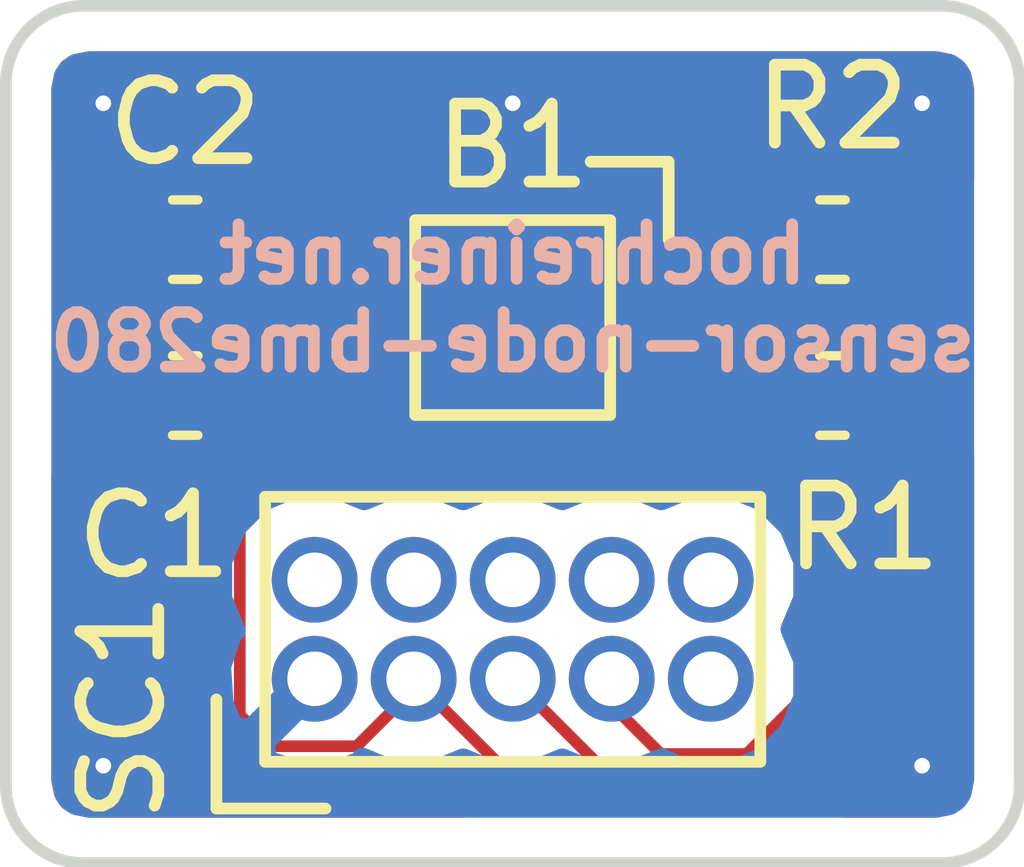
<source format=kicad_pcb>
(kicad_pcb (version 20171130) (host pcbnew 5.0.0)

  (general
    (thickness 1.6)
    (drawings 9)
    (tracks 54)
    (zones 0)
    (modules 6)
    (nets 5)
  )

  (page A4)
  (layers
    (0 F.Cu signal)
    (31 B.Cu signal)
    (32 B.Adhes user)
    (33 F.Adhes user)
    (34 B.Paste user)
    (35 F.Paste user)
    (36 B.SilkS user)
    (37 F.SilkS user)
    (38 B.Mask user)
    (39 F.Mask user)
    (40 Dwgs.User user)
    (41 Cmts.User user)
    (42 Eco1.User user)
    (43 Eco2.User user)
    (44 Edge.Cuts user)
    (45 Margin user)
    (46 B.CrtYd user)
    (47 F.CrtYd user)
    (48 B.Fab user)
    (49 F.Fab user hide)
  )

  (setup
    (last_trace_width 0.15)
    (trace_clearance 0.15)
    (zone_clearance 0.508)
    (zone_45_only no)
    (trace_min 0.1)
    (segment_width 0.2)
    (edge_width 0.15)
    (via_size 0.45)
    (via_drill 0.2)
    (via_min_size 0.45)
    (via_min_drill 0.2)
    (uvia_size 0.3)
    (uvia_drill 0.1)
    (uvias_allowed no)
    (uvia_min_size 0.2)
    (uvia_min_drill 0.1)
    (pcb_text_width 0.3)
    (pcb_text_size 1.5 1.5)
    (mod_edge_width 0.15)
    (mod_text_size 1 1)
    (mod_text_width 0.15)
    (pad_size 1.524 1.524)
    (pad_drill 0.762)
    (pad_to_mask_clearance 0.2)
    (aux_axis_origin 0 0)
    (visible_elements FFFFFF7F)
    (pcbplotparams
      (layerselection 0x010fc_ffffffff)
      (usegerberextensions false)
      (usegerberattributes false)
      (usegerberadvancedattributes false)
      (creategerberjobfile false)
      (excludeedgelayer true)
      (linewidth 0.100000)
      (plotframeref false)
      (viasonmask false)
      (mode 1)
      (useauxorigin false)
      (hpglpennumber 1)
      (hpglpenspeed 20)
      (hpglpendiameter 15.000000)
      (psnegative false)
      (psa4output false)
      (plotreference true)
      (plotvalue true)
      (plotinvisibletext false)
      (padsonsilk false)
      (subtractmaskfromsilk false)
      (outputformat 1)
      (mirror false)
      (drillshape 1)
      (scaleselection 1)
      (outputdirectory ""))
  )

  (net 0 "")
  (net 1 GND)
  (net 2 /3V3)
  (net 3 /SDA)
  (net 4 /SCL)

  (net_class Default "This is the default net class."
    (clearance 0.15)
    (trace_width 0.15)
    (via_dia 0.45)
    (via_drill 0.2)
    (uvia_dia 0.3)
    (uvia_drill 0.1)
    (add_net /3V3)
    (add_net /SCL)
    (add_net /SDA)
    (add_net GND)
  )

  (module sensor-node-bme280:BME280_handsolder (layer F.Cu) (tedit 5C018ED2) (tstamp 5C01983F)
    (at 145 100)
    (path /5C0166CB)
    (fp_text reference B1 (at 0 -2.2) (layer F.SilkS)
      (effects (font (size 1 1) (thickness 0.15)))
    )
    (fp_text value BME280 (at 0 -2.75) (layer F.Fab)
      (effects (font (size 1 1) (thickness 0.15)))
    )
    (fp_line (start -1.25 -1.25) (end 1.25 -1.25) (layer F.SilkS) (width 0.15))
    (fp_line (start 1.25 -1.25) (end 1.25 1.25) (layer F.SilkS) (width 0.15))
    (fp_line (start 1.25 1.25) (end -1.25 1.25) (layer F.SilkS) (width 0.15))
    (fp_line (start -1.25 -1.25) (end -1.25 1.25) (layer F.SilkS) (width 0.15))
    (fp_line (start 1 -2) (end 2 -2) (layer F.SilkS) (width 0.15))
    (fp_line (start 2 -2) (end 2 -1) (layer F.SilkS) (width 0.15))
    (pad 1 smd rect (at 1.275 -0.975) (size 1 0.35) (layers F.Cu F.Paste F.Mask)
      (net 1 GND))
    (pad 2 smd rect (at 1.275 -0.325) (size 1 0.35) (layers F.Cu F.Paste F.Mask)
      (net 2 /3V3))
    (pad 3 smd rect (at 1.275 0.325) (size 1 0.35) (layers F.Cu F.Paste F.Mask)
      (net 3 /SDA))
    (pad 4 smd rect (at 1.275 0.975) (size 1 0.35) (layers F.Cu F.Paste F.Mask)
      (net 4 /SCL))
    (pad 5 smd rect (at -1.275 0.975) (size 1 0.35) (layers F.Cu F.Paste F.Mask)
      (net 1 GND))
    (pad 6 smd rect (at -1.275 0.325) (size 1 0.35) (layers F.Cu F.Paste F.Mask)
      (net 2 /3V3))
    (pad 7 smd rect (at -1.275 -0.325) (size 1 0.35) (layers F.Cu F.Paste F.Mask)
      (net 1 GND))
    (pad 8 smd rect (at -1.275 -0.975) (size 1 0.35) (layers F.Cu F.Paste F.Mask)
      (net 2 /3V3))
    (model ../../freecad/bme280.step
      (at (xyz 0 0 0))
      (scale (xyz 1 1 1))
      (rotate (xyz 0 0 0))
    )
  )

  (module "official stable:C_0603_1608Metric" (layer F.Cu) (tedit 5B301BBE) (tstamp 5C019850)
    (at 140.8 101)
    (descr "Capacitor SMD 0603 (1608 Metric), square (rectangular) end terminal, IPC_7351 nominal, (Body size source: http://www.tortai-tech.com/upload/download/2011102023233369053.pdf), generated with kicad-footprint-generator")
    (tags capacitor)
    (path /5C016CBF)
    (attr smd)
    (fp_text reference C1 (at -0.4 1.8) (layer F.SilkS)
      (effects (font (size 1 1) (thickness 0.15)))
    )
    (fp_text value 0.1µF (at 0 1.43) (layer F.Fab)
      (effects (font (size 1 1) (thickness 0.15)))
    )
    (fp_line (start -0.8 0.4) (end -0.8 -0.4) (layer F.Fab) (width 0.1))
    (fp_line (start -0.8 -0.4) (end 0.8 -0.4) (layer F.Fab) (width 0.1))
    (fp_line (start 0.8 -0.4) (end 0.8 0.4) (layer F.Fab) (width 0.1))
    (fp_line (start 0.8 0.4) (end -0.8 0.4) (layer F.Fab) (width 0.1))
    (fp_line (start -0.162779 -0.51) (end 0.162779 -0.51) (layer F.SilkS) (width 0.12))
    (fp_line (start -0.162779 0.51) (end 0.162779 0.51) (layer F.SilkS) (width 0.12))
    (fp_line (start -1.48 0.73) (end -1.48 -0.73) (layer F.CrtYd) (width 0.05))
    (fp_line (start -1.48 -0.73) (end 1.48 -0.73) (layer F.CrtYd) (width 0.05))
    (fp_line (start 1.48 -0.73) (end 1.48 0.73) (layer F.CrtYd) (width 0.05))
    (fp_line (start 1.48 0.73) (end -1.48 0.73) (layer F.CrtYd) (width 0.05))
    (fp_text user %R (at 0 0) (layer F.Fab)
      (effects (font (size 0.4 0.4) (thickness 0.06)))
    )
    (pad 1 smd roundrect (at -0.7875 0) (size 0.875 0.95) (layers F.Cu F.Paste F.Mask) (roundrect_rratio 0.25)
      (net 1 GND))
    (pad 2 smd roundrect (at 0.7875 0) (size 0.875 0.95) (layers F.Cu F.Paste F.Mask) (roundrect_rratio 0.25)
      (net 2 /3V3))
    (model ${KISYS3DMOD}/Capacitor_SMD.3dshapes/C_0603_1608Metric.wrl
      (at (xyz 0 0 0))
      (scale (xyz 1 1 1))
      (rotate (xyz 0 0 0))
    )
  )

  (module "official stable:C_0603_1608Metric" (layer F.Cu) (tedit 5B301BBE) (tstamp 5C019861)
    (at 140.8 99)
    (descr "Capacitor SMD 0603 (1608 Metric), square (rectangular) end terminal, IPC_7351 nominal, (Body size source: http://www.tortai-tech.com/upload/download/2011102023233369053.pdf), generated with kicad-footprint-generator")
    (tags capacitor)
    (path /5C016C7D)
    (attr smd)
    (fp_text reference C2 (at 0 -1.5) (layer F.SilkS)
      (effects (font (size 1 1) (thickness 0.15)))
    )
    (fp_text value 0.1µF (at 0 1.43) (layer F.Fab)
      (effects (font (size 1 1) (thickness 0.15)))
    )
    (fp_text user %R (at 0 0) (layer F.Fab)
      (effects (font (size 0.4 0.4) (thickness 0.06)))
    )
    (fp_line (start 1.48 0.73) (end -1.48 0.73) (layer F.CrtYd) (width 0.05))
    (fp_line (start 1.48 -0.73) (end 1.48 0.73) (layer F.CrtYd) (width 0.05))
    (fp_line (start -1.48 -0.73) (end 1.48 -0.73) (layer F.CrtYd) (width 0.05))
    (fp_line (start -1.48 0.73) (end -1.48 -0.73) (layer F.CrtYd) (width 0.05))
    (fp_line (start -0.162779 0.51) (end 0.162779 0.51) (layer F.SilkS) (width 0.12))
    (fp_line (start -0.162779 -0.51) (end 0.162779 -0.51) (layer F.SilkS) (width 0.12))
    (fp_line (start 0.8 0.4) (end -0.8 0.4) (layer F.Fab) (width 0.1))
    (fp_line (start 0.8 -0.4) (end 0.8 0.4) (layer F.Fab) (width 0.1))
    (fp_line (start -0.8 -0.4) (end 0.8 -0.4) (layer F.Fab) (width 0.1))
    (fp_line (start -0.8 0.4) (end -0.8 -0.4) (layer F.Fab) (width 0.1))
    (pad 2 smd roundrect (at 0.7875 0) (size 0.875 0.95) (layers F.Cu F.Paste F.Mask) (roundrect_rratio 0.25)
      (net 2 /3V3))
    (pad 1 smd roundrect (at -0.7875 0) (size 0.875 0.95) (layers F.Cu F.Paste F.Mask) (roundrect_rratio 0.25)
      (net 1 GND))
    (model ${KISYS3DMOD}/Capacitor_SMD.3dshapes/C_0603_1608Metric.wrl
      (at (xyz 0 0 0))
      (scale (xyz 1 1 1))
      (rotate (xyz 0 0 0))
    )
  )

  (module "official stable:R_0603_1608Metric" (layer F.Cu) (tedit 5B301BBD) (tstamp 5C019872)
    (at 149.1 101)
    (descr "Resistor SMD 0603 (1608 Metric), square (rectangular) end terminal, IPC_7351 nominal, (Body size source: http://www.tortai-tech.com/upload/download/2011102023233369053.pdf), generated with kicad-footprint-generator")
    (tags resistor)
    (path /5C016799)
    (attr smd)
    (fp_text reference R1 (at 0.4 1.7) (layer F.SilkS)
      (effects (font (size 1 1) (thickness 0.15)))
    )
    (fp_text value 10k (at 0 1.43) (layer F.Fab)
      (effects (font (size 1 1) (thickness 0.15)))
    )
    (fp_text user %R (at 0 0) (layer F.Fab)
      (effects (font (size 0.4 0.4) (thickness 0.06)))
    )
    (fp_line (start 1.48 0.73) (end -1.48 0.73) (layer F.CrtYd) (width 0.05))
    (fp_line (start 1.48 -0.73) (end 1.48 0.73) (layer F.CrtYd) (width 0.05))
    (fp_line (start -1.48 -0.73) (end 1.48 -0.73) (layer F.CrtYd) (width 0.05))
    (fp_line (start -1.48 0.73) (end -1.48 -0.73) (layer F.CrtYd) (width 0.05))
    (fp_line (start -0.162779 0.51) (end 0.162779 0.51) (layer F.SilkS) (width 0.12))
    (fp_line (start -0.162779 -0.51) (end 0.162779 -0.51) (layer F.SilkS) (width 0.12))
    (fp_line (start 0.8 0.4) (end -0.8 0.4) (layer F.Fab) (width 0.1))
    (fp_line (start 0.8 -0.4) (end 0.8 0.4) (layer F.Fab) (width 0.1))
    (fp_line (start -0.8 -0.4) (end 0.8 -0.4) (layer F.Fab) (width 0.1))
    (fp_line (start -0.8 0.4) (end -0.8 -0.4) (layer F.Fab) (width 0.1))
    (pad 2 smd roundrect (at 0.7875 0) (size 0.875 0.95) (layers F.Cu F.Paste F.Mask) (roundrect_rratio 0.25)
      (net 2 /3V3))
    (pad 1 smd roundrect (at -0.7875 0) (size 0.875 0.95) (layers F.Cu F.Paste F.Mask) (roundrect_rratio 0.25)
      (net 4 /SCL))
    (model ${KISYS3DMOD}/Resistor_SMD.3dshapes/R_0603_1608Metric.wrl
      (at (xyz 0 0 0))
      (scale (xyz 1 1 1))
      (rotate (xyz 0 0 0))
    )
  )

  (module "official stable:R_0603_1608Metric" (layer F.Cu) (tedit 5B301BBD) (tstamp 5C019883)
    (at 149.1 99)
    (descr "Resistor SMD 0603 (1608 Metric), square (rectangular) end terminal, IPC_7351 nominal, (Body size source: http://www.tortai-tech.com/upload/download/2011102023233369053.pdf), generated with kicad-footprint-generator")
    (tags resistor)
    (path /5C0167D5)
    (attr smd)
    (fp_text reference R2 (at 0 -1.7) (layer F.SilkS)
      (effects (font (size 1 1) (thickness 0.15)))
    )
    (fp_text value 10k (at 0 1.43) (layer F.Fab)
      (effects (font (size 1 1) (thickness 0.15)))
    )
    (fp_line (start -0.8 0.4) (end -0.8 -0.4) (layer F.Fab) (width 0.1))
    (fp_line (start -0.8 -0.4) (end 0.8 -0.4) (layer F.Fab) (width 0.1))
    (fp_line (start 0.8 -0.4) (end 0.8 0.4) (layer F.Fab) (width 0.1))
    (fp_line (start 0.8 0.4) (end -0.8 0.4) (layer F.Fab) (width 0.1))
    (fp_line (start -0.162779 -0.51) (end 0.162779 -0.51) (layer F.SilkS) (width 0.12))
    (fp_line (start -0.162779 0.51) (end 0.162779 0.51) (layer F.SilkS) (width 0.12))
    (fp_line (start -1.48 0.73) (end -1.48 -0.73) (layer F.CrtYd) (width 0.05))
    (fp_line (start -1.48 -0.73) (end 1.48 -0.73) (layer F.CrtYd) (width 0.05))
    (fp_line (start 1.48 -0.73) (end 1.48 0.73) (layer F.CrtYd) (width 0.05))
    (fp_line (start 1.48 0.73) (end -1.48 0.73) (layer F.CrtYd) (width 0.05))
    (fp_text user %R (at 0 0) (layer F.Fab)
      (effects (font (size 0.4 0.4) (thickness 0.06)))
    )
    (pad 1 smd roundrect (at -0.7875 0) (size 0.875 0.95) (layers F.Cu F.Paste F.Mask) (roundrect_rratio 0.25)
      (net 3 /SDA))
    (pad 2 smd roundrect (at 0.7875 0) (size 0.875 0.95) (layers F.Cu F.Paste F.Mask) (roundrect_rratio 0.25)
      (net 2 /3V3))
    (model ${KISYS3DMOD}/Resistor_SMD.3dshapes/R_0603_1608Metric.wrl
      (at (xyz 0 0 0))
      (scale (xyz 1 1 1))
      (rotate (xyz 0 0 0))
    )
  )

  (module sensor-node-bme280:sensor-connector-male (layer F.Cu) (tedit 5C0196F4) (tstamp 5C019D7A)
    (at 145 104)
    (path /5C019BBC)
    (fp_text reference SC1 (at -5 1 90) (layer F.SilkS)
      (effects (font (size 1 1) (thickness 0.15)))
    )
    (fp_text value Sensor-Connector (at 0 -2.6) (layer F.Fab)
      (effects (font (size 1 1) (thickness 0.15)))
    )
    (fp_line (start -3.175 -1.7) (end 3.175 -1.7) (layer F.SilkS) (width 0.15))
    (fp_line (start -3.175 1.7) (end 3.175 1.7) (layer F.SilkS) (width 0.15))
    (fp_line (start 3.175 -1.7) (end 3.175 1.7) (layer F.SilkS) (width 0.15))
    (fp_line (start -3.175 -1.7) (end -3.175 1.7) (layer F.SilkS) (width 0.15))
    (fp_line (start -3.8 2.3) (end -3.8 0.9) (layer F.SilkS) (width 0.15))
    (fp_line (start -3.8 2.3) (end -2.4 2.3) (layer F.SilkS) (width 0.15))
    (pad 1 thru_hole circle (at -2.54 0.635) (size 1.1 1.1) (drill 0.7) (layers *.Cu *.Mask)
      (net 1 GND))
    (pad 2 thru_hole circle (at -2.54 -0.635) (size 1.1 1.1) (drill 0.7) (layers *.Cu *.Mask))
    (pad 3 thru_hole circle (at -1.27 0.635) (size 1.1 1.1) (drill 0.7) (layers *.Cu *.Mask)
      (net 2 /3V3))
    (pad 4 thru_hole circle (at -1.27 -0.635) (size 1.1 1.1) (drill 0.7) (layers *.Cu *.Mask))
    (pad 5 thru_hole circle (at 0 0.635) (size 1.1 1.1) (drill 0.7) (layers *.Cu *.Mask)
      (net 3 /SDA))
    (pad 6 thru_hole circle (at 0 -0.635) (size 1.1 1.1) (drill 0.7) (layers *.Cu *.Mask))
    (pad 7 thru_hole circle (at 1.27 0.635) (size 1.1 1.1) (drill 0.7) (layers *.Cu *.Mask)
      (net 4 /SCL))
    (pad 8 thru_hole circle (at 1.27 -0.635) (size 1.1 1.1) (drill 0.7) (layers *.Cu *.Mask))
    (pad 9 thru_hole circle (at 2.54 0.635) (size 1.1 1.1) (drill 0.7) (layers *.Cu *.Mask))
    (pad 10 thru_hole circle (at 2.54 -0.635) (size 1.1 1.1) (drill 0.7) (layers *.Cu *.Mask))
    (model ../../freecad/sensor-connector-male.step
      (at (xyz 0 0 0))
      (scale (xyz 1 1 1))
      (rotate (xyz 0 0 0))
    )
  )

  (gr_text "hochreiner.net\nsensor-node-bme280" (at 145 99.75) (layer B.SilkS)
    (effects (font (size 0.7 0.7) (thickness 0.15)) (justify mirror))
  )
  (gr_arc (start 139.5 106) (end 138.5 106) (angle -90) (layer Edge.Cuts) (width 0.15))
  (gr_arc (start 139.5 97) (end 139.5 96) (angle -90) (layer Edge.Cuts) (width 0.15))
  (gr_arc (start 150.5 97) (end 151.5 97) (angle -90) (layer Edge.Cuts) (width 0.15))
  (gr_arc (start 150.5 106) (end 150.5 107) (angle -90) (layer Edge.Cuts) (width 0.15))
  (gr_line (start 138.5 97) (end 138.5 106) (layer Edge.Cuts) (width 0.15))
  (gr_line (start 150.5 96) (end 139.5 96) (layer Edge.Cuts) (width 0.15))
  (gr_line (start 151.5 106) (end 151.5 97) (layer Edge.Cuts) (width 0.15))
  (gr_line (start 139.5 107) (end 150.5 107) (layer Edge.Cuts) (width 0.15))

  (segment (start 145.275 99.025) (end 145.625 99.025) (width 0.15) (layer F.Cu) (net 1))
  (segment (start 145.625 99.025) (end 146.275 99.025) (width 0.15) (layer F.Cu) (net 1))
  (segment (start 143.725 99.675) (end 144.625 99.675) (width 0.15) (layer F.Cu) (net 1))
  (segment (start 144.375 100.975) (end 144.9 100.45) (width 0.15) (layer F.Cu) (net 1))
  (segment (start 143.725 100.975) (end 144.375 100.975) (width 0.15) (layer F.Cu) (net 1))
  (segment (start 144.9 100.45) (end 144.9 99.4) (width 0.15) (layer F.Cu) (net 1))
  (segment (start 144.9 99.4) (end 145.275 99.025) (width 0.15) (layer F.Cu) (net 1))
  (segment (start 144.625 99.675) (end 144.9 99.4) (width 0.15) (layer F.Cu) (net 1))
  (via (at 150.25 105.75) (size 0.45) (drill 0.2) (layers F.Cu B.Cu) (net 1))
  (via (at 150.25 97.25) (size 0.45) (drill 0.2) (layers F.Cu B.Cu) (net 1))
  (via (at 145 97.25) (size 0.45) (drill 0.2) (layers F.Cu B.Cu) (net 1))
  (via (at 139.75 97.25) (size 0.45) (drill 0.2) (layers F.Cu B.Cu) (net 1))
  (via (at 139.75 105.75) (size 0.45) (drill 0.2) (layers F.Cu B.Cu) (net 1))
  (segment (start 141.5 101.4) (end 141.5875 101.3125) (width 0.15) (layer F.Cu) (net 2))
  (segment (start 141.5 105.1) (end 141.5 101.4) (width 0.15) (layer F.Cu) (net 2))
  (segment (start 141.5875 101.3125) (end 141.5875 101) (width 0.15) (layer F.Cu) (net 2))
  (segment (start 143.73 104.635) (end 143.73 104.77) (width 0.15) (layer F.Cu) (net 2))
  (segment (start 143.73 104.77) (end 143 105.5) (width 0.15) (layer F.Cu) (net 2))
  (segment (start 141.9 105.5) (end 141.5 105.1) (width 0.15) (layer F.Cu) (net 2))
  (segment (start 143 105.5) (end 141.9 105.5) (width 0.15) (layer F.Cu) (net 2))
  (segment (start 141.5875 101) (end 141.5875 99) (width 0.15) (layer F.Cu) (net 2))
  (segment (start 143.7 99) (end 143.725 99.025) (width 0.15) (layer F.Cu) (net 2))
  (segment (start 141.5875 99) (end 143.7 99) (width 0.15) (layer F.Cu) (net 2))
  (segment (start 142.2625 100.325) (end 141.5875 101) (width 0.15) (layer F.Cu) (net 2))
  (segment (start 143.725 100.325) (end 142.2625 100.325) (width 0.15) (layer F.Cu) (net 2))
  (segment (start 143.73 104.635) (end 145.395 106.3) (width 0.15) (layer F.Cu) (net 2))
  (segment (start 149.8875 101.575) (end 149.8875 101) (width 0.15) (layer F.Cu) (net 2))
  (segment (start 148.224278 106.3) (end 149.8875 104.636778) (width 0.15) (layer F.Cu) (net 2))
  (segment (start 149.8875 104.636778) (end 149.8875 101.575) (width 0.15) (layer F.Cu) (net 2))
  (segment (start 145.395 106.3) (end 148.224278 106.3) (width 0.15) (layer F.Cu) (net 2))
  (segment (start 149.8875 101) (end 149.8875 99) (width 0.15) (layer F.Cu) (net 2))
  (segment (start 149.425888 98.538388) (end 149.8875 99) (width 0.15) (layer F.Cu) (net 2))
  (segment (start 147.8 98.1) (end 148.9875 98.1) (width 0.15) (layer F.Cu) (net 2))
  (segment (start 148.9875 98.1) (end 149.425888 98.538388) (width 0.15) (layer F.Cu) (net 2))
  (segment (start 146.275 99.675) (end 146.925 99.675) (width 0.15) (layer F.Cu) (net 2))
  (segment (start 146.925 99.675) (end 147.4 99.2) (width 0.15) (layer F.Cu) (net 2))
  (segment (start 147.4 98.5) (end 147.8 98.1) (width 0.15) (layer F.Cu) (net 2))
  (segment (start 147.4 99.2) (end 147.4 98.5) (width 0.15) (layer F.Cu) (net 2))
  (segment (start 146.9875 100.325) (end 148.3125 99) (width 0.15) (layer F.Cu) (net 3))
  (segment (start 146.275 100.325) (end 146.9875 100.325) (width 0.15) (layer F.Cu) (net 3))
  (segment (start 145.549999 105.184999) (end 145 104.635) (width 0.15) (layer F.Cu) (net 3))
  (segment (start 146.265 105.9) (end 145.549999 105.184999) (width 0.15) (layer F.Cu) (net 3))
  (segment (start 148.3125 99) (end 149.1 99.7875) (width 0.15) (layer F.Cu) (net 3))
  (segment (start 149.1 99.7875) (end 149.1 105) (width 0.15) (layer F.Cu) (net 3))
  (segment (start 149.1 105) (end 148.2 105.9) (width 0.15) (layer F.Cu) (net 3))
  (segment (start 148.2 105.9) (end 146.265 105.9) (width 0.15) (layer F.Cu) (net 3))
  (segment (start 146.3 101) (end 146.275 100.975) (width 0.15) (layer F.Cu) (net 4))
  (segment (start 148.3125 101) (end 146.3 101) (width 0.15) (layer F.Cu) (net 4))
  (segment (start 148.774112 104.825888) (end 148.774112 101.461612) (width 0.15) (layer F.Cu) (net 4))
  (segment (start 146.27 104.97) (end 146.9 105.6) (width 0.15) (layer F.Cu) (net 4))
  (segment (start 148.774112 101.461612) (end 148.3125 101) (width 0.15) (layer F.Cu) (net 4))
  (segment (start 146.9 105.6) (end 148 105.6) (width 0.15) (layer F.Cu) (net 4))
  (segment (start 146.27 104.635) (end 146.27 104.97) (width 0.15) (layer F.Cu) (net 4))
  (segment (start 148 105.6) (end 148.774112 104.825888) (width 0.15) (layer F.Cu) (net 4))

  (zone (net 1) (net_name GND) (layer F.Cu) (tstamp 0) (hatch edge 0.508)
    (connect_pads (clearance 0.508))
    (min_thickness 0.254)
    (fill yes (arc_segments 16) (thermal_gap 0.508) (thermal_bridge_width 0.508))
    (polygon
      (pts
        (xy 138.5 96) (xy 151.5 96) (xy 151.5 107) (xy 138.5 107)
      )
    )
    (filled_polygon
      (pts
        (xy 150.79 105.93007) (xy 150.755074 106.105655) (xy 150.695225 106.195226) (xy 150.605655 106.255074) (xy 150.43007 106.29)
        (xy 149.238368 106.29) (xy 150.340101 105.188268) (xy 150.39938 105.148659) (xy 150.556305 104.913806) (xy 150.5975 104.706704)
        (xy 150.5975 104.7067) (xy 150.611408 104.636779) (xy 150.5975 104.566858) (xy 150.5975 101.949748) (xy 150.718739 101.868739)
        (xy 150.79 101.762089)
      )
    )
    (filled_polygon
      (pts
        (xy 150.605655 96.744926) (xy 150.695225 96.804774) (xy 150.755074 96.894345) (xy 150.790001 97.069935) (xy 150.790001 98.237912)
        (xy 150.718739 98.131261) (xy 150.437727 97.943495) (xy 150.10625 97.87756) (xy 149.76915 97.87756) (xy 149.538994 97.647404)
        (xy 149.499381 97.588119) (xy 149.264528 97.431195) (xy 149.057426 97.39) (xy 149.057424 97.39) (xy 148.9875 97.376091)
        (xy 148.917576 97.39) (xy 147.86992 97.39) (xy 147.799999 97.376092) (xy 147.730078 97.39) (xy 147.730074 97.39)
        (xy 147.522972 97.431195) (xy 147.288119 97.588119) (xy 147.248506 97.647404) (xy 146.947402 97.948508) (xy 146.88812 97.988119)
        (xy 146.736523 98.215) (xy 146.56075 98.215) (xy 146.402 98.37375) (xy 146.402 98.85256) (xy 146.148 98.85256)
        (xy 146.148 98.37375) (xy 145.98925 98.215) (xy 145.648691 98.215) (xy 145.415302 98.311673) (xy 145.236673 98.490301)
        (xy 145.14 98.72369) (xy 145.14 98.77875) (xy 145.29875 98.9375) (xy 145.473871 98.9375) (xy 145.317191 99.042191)
        (xy 145.212744 99.198506) (xy 145.14 99.27125) (xy 145.14 99.32631) (xy 145.154936 99.362369) (xy 145.12756 99.5)
        (xy 145.12756 99.85) (xy 145.157397 100) (xy 145.12756 100.15) (xy 145.12756 100.5) (xy 145.157397 100.65)
        (xy 145.12756 100.8) (xy 145.12756 101.15) (xy 145.176843 101.397765) (xy 145.317191 101.607809) (xy 145.527235 101.748157)
        (xy 145.775 101.79744) (xy 146.775 101.79744) (xy 147.022765 101.748157) (xy 147.079871 101.71) (xy 147.375195 101.71)
        (xy 147.481261 101.868739) (xy 147.762273 102.056505) (xy 148.064113 102.116545) (xy 148.064113 102.299459) (xy 147.775711 102.18)
        (xy 147.304289 102.18) (xy 146.905 102.34539) (xy 146.505711 102.18) (xy 146.034289 102.18) (xy 145.635 102.34539)
        (xy 145.235711 102.18) (xy 144.764289 102.18) (xy 144.365 102.34539) (xy 143.965711 102.18) (xy 143.494289 102.18)
        (xy 143.095 102.34539) (xy 142.695711 102.18) (xy 142.224289 102.18) (xy 142.21 102.185919) (xy 142.21 102.008214)
        (xy 142.418739 101.868739) (xy 142.606505 101.587727) (xy 142.642999 101.40426) (xy 142.686673 101.509699) (xy 142.865302 101.688327)
        (xy 143.098691 101.785) (xy 143.43925 101.785) (xy 143.598 101.62625) (xy 143.598 101.14744) (xy 143.852 101.14744)
        (xy 143.852 101.62625) (xy 144.01075 101.785) (xy 144.351309 101.785) (xy 144.584698 101.688327) (xy 144.763327 101.509699)
        (xy 144.86 101.27631) (xy 144.86 101.22125) (xy 144.70125 101.0625) (xy 144.526129 101.0625) (xy 144.682809 100.957809)
        (xy 144.787256 100.801494) (xy 144.86 100.72875) (xy 144.86 100.67369) (xy 144.845064 100.637631) (xy 144.87244 100.5)
        (xy 144.87244 100.15) (xy 144.845064 100.012369) (xy 144.86 99.97631) (xy 144.86 99.92125) (xy 144.787256 99.848506)
        (xy 144.682809 99.692191) (xy 144.657081 99.675) (xy 144.682809 99.657809) (xy 144.787256 99.501494) (xy 144.86 99.42875)
        (xy 144.86 99.37369) (xy 144.845064 99.337631) (xy 144.87244 99.2) (xy 144.87244 98.85) (xy 144.823157 98.602235)
        (xy 144.682809 98.392191) (xy 144.472765 98.251843) (xy 144.225 98.20256) (xy 143.225 98.20256) (xy 142.977235 98.251843)
        (xy 142.920129 98.29) (xy 142.524805 98.29) (xy 142.418739 98.131261) (xy 142.137727 97.943495) (xy 141.80625 97.87756)
        (xy 141.36875 97.87756) (xy 141.037273 97.943495) (xy 140.874969 98.051943) (xy 140.809698 97.986673) (xy 140.576309 97.89)
        (xy 140.29825 97.89) (xy 140.1395 98.04875) (xy 140.1395 98.873) (xy 140.1595 98.873) (xy 140.1595 99.127)
        (xy 140.1395 99.127) (xy 140.1395 99.95125) (xy 140.18825 100) (xy 140.1395 100.04875) (xy 140.1395 100.873)
        (xy 140.1595 100.873) (xy 140.1595 101.127) (xy 140.1395 101.127) (xy 140.1395 101.95125) (xy 140.29825 102.11)
        (xy 140.576309 102.11) (xy 140.790001 102.021486) (xy 140.79 105.030075) (xy 140.776091 105.1) (xy 140.79 105.169924)
        (xy 140.79 105.169925) (xy 140.831195 105.377027) (xy 140.988119 105.61188) (xy 141.047402 105.651492) (xy 141.348506 105.952596)
        (xy 141.388119 106.011881) (xy 141.622972 106.168805) (xy 141.830074 106.21) (xy 141.830078 106.21) (xy 141.899999 106.223908)
        (xy 141.96992 106.21) (xy 142.930076 106.21) (xy 143 106.223909) (xy 143.069924 106.21) (xy 143.069926 106.21)
        (xy 143.277028 106.168805) (xy 143.511881 106.011881) (xy 143.551494 105.952597) (xy 143.684091 105.82) (xy 143.910909 105.82)
        (xy 144.380909 106.29) (xy 139.56993 106.29) (xy 139.394345 106.255074) (xy 139.304774 106.195225) (xy 139.244926 106.105655)
        (xy 139.21 105.93007) (xy 139.21 102.008025) (xy 139.215302 102.013327) (xy 139.448691 102.11) (xy 139.72675 102.11)
        (xy 139.8855 101.95125) (xy 139.8855 101.127) (xy 139.8655 101.127) (xy 139.8655 100.873) (xy 139.8855 100.873)
        (xy 139.8855 100.04875) (xy 139.83675 100) (xy 139.8855 99.95125) (xy 139.8855 99.127) (xy 139.8655 99.127)
        (xy 139.8655 98.873) (xy 139.8855 98.873) (xy 139.8855 98.04875) (xy 139.72675 97.89) (xy 139.448691 97.89)
        (xy 139.215302 97.986673) (xy 139.21 97.991975) (xy 139.21 97.06993) (xy 139.244926 96.894345) (xy 139.304774 96.804775)
        (xy 139.394345 96.744926) (xy 139.56993 96.71) (xy 150.43007 96.71)
      )
    )
    (filled_polygon
      (pts
        (xy 142.545 104.75789) (xy 142.51289 104.79) (xy 142.40711 104.79) (xy 142.266253 104.649143) (xy 142.280395 104.635)
        (xy 142.266253 104.620858) (xy 142.33711 104.55) (xy 142.545 104.55)
      )
    )
  )
  (zone (net 1) (net_name GND) (layer B.Cu) (tstamp 0) (hatch edge 0.508)
    (connect_pads (clearance 0.508))
    (min_thickness 0.254)
    (fill yes (arc_segments 16) (thermal_gap 0.508) (thermal_bridge_width 0.508))
    (polygon
      (pts
        (xy 138.5 96) (xy 151.5 96) (xy 151.5 107) (xy 138.5 107)
      )
    )
    (filled_polygon
      (pts
        (xy 150.605655 96.744926) (xy 150.695225 96.804774) (xy 150.755074 96.894345) (xy 150.790001 97.069935) (xy 150.79 105.93007)
        (xy 150.755074 106.105655) (xy 150.695225 106.195226) (xy 150.605655 106.255074) (xy 150.43007 106.29) (xy 139.56993 106.29)
        (xy 139.394345 106.255074) (xy 139.304774 106.195225) (xy 139.244926 106.105655) (xy 139.21 105.93007) (xy 139.21 104.478001)
        (xy 141.262028 104.478001) (xy 141.293137 104.948396) (xy 141.413299 105.238492) (xy 141.633567 105.281828) (xy 142.280395 104.635)
        (xy 142.266253 104.620858) (xy 142.33711 104.55) (xy 142.545 104.55) (xy 142.545 104.75789) (xy 142.474143 104.828748)
        (xy 142.46 104.814605) (xy 141.813172 105.461433) (xy 141.856508 105.681701) (xy 142.303001 105.832972) (xy 142.773396 105.801863)
        (xy 143.063492 105.681701) (xy 143.070795 105.644584) (xy 143.494289 105.82) (xy 143.965711 105.82) (xy 144.365 105.65461)
        (xy 144.764289 105.82) (xy 145.235711 105.82) (xy 145.635 105.65461) (xy 146.034289 105.82) (xy 146.505711 105.82)
        (xy 146.905 105.65461) (xy 147.304289 105.82) (xy 147.775711 105.82) (xy 148.211249 105.639595) (xy 148.544595 105.306249)
        (xy 148.725 104.870711) (xy 148.725 104.399289) (xy 148.55961 104) (xy 148.725 103.600711) (xy 148.725 103.129289)
        (xy 148.544595 102.693751) (xy 148.211249 102.360405) (xy 147.775711 102.18) (xy 147.304289 102.18) (xy 146.905 102.34539)
        (xy 146.505711 102.18) (xy 146.034289 102.18) (xy 145.635 102.34539) (xy 145.235711 102.18) (xy 144.764289 102.18)
        (xy 144.365 102.34539) (xy 143.965711 102.18) (xy 143.494289 102.18) (xy 143.095 102.34539) (xy 142.695711 102.18)
        (xy 142.224289 102.18) (xy 141.788751 102.360405) (xy 141.455405 102.693751) (xy 141.275 103.129289) (xy 141.275 103.600711)
        (xy 141.450416 104.024205) (xy 141.413299 104.031508) (xy 141.262028 104.478001) (xy 139.21 104.478001) (xy 139.21 97.06993)
        (xy 139.244926 96.894345) (xy 139.304774 96.804775) (xy 139.394345 96.744926) (xy 139.56993 96.71) (xy 150.43007 96.71)
      )
    )
  )
)

</source>
